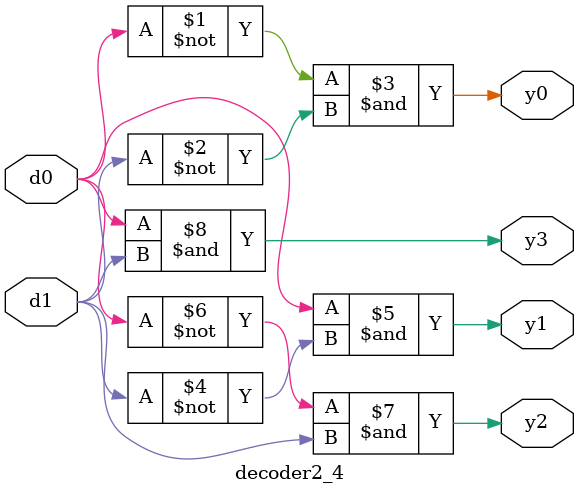
<source format=v>
`timescale 1ns / 1ps


module decoder2_4(input d0,d1,output y0,y1,y2,y3);
assign y0=~d0&~d1;
assign y1=d0&~d1;
assign y2=~d0&d1;
assign y3=d0&d1;
endmodule

</source>
